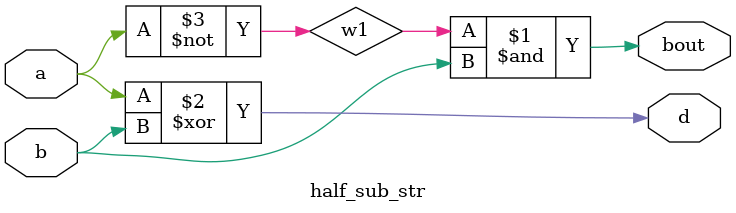
<source format=v>
module half_sub_str(a,b,bout,d);
input a,b;
output bout,d;
wire w1;
not l1(w1,a);
and l2(bout,w1,b);
xor l3(d,a,b);
endmodule

</source>
